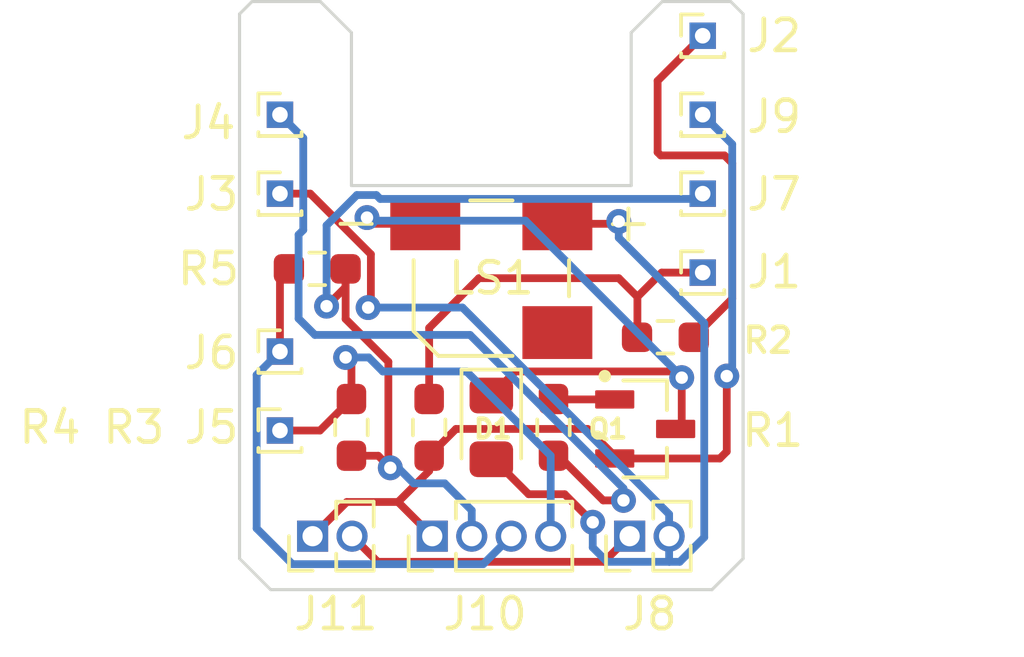
<source format=kicad_pcb>
(kicad_pcb (version 20211014) (generator pcbnew)
  (title_block (comment 4 "PCBWay Project ID: 445b4783-7fe5-4db3-865c-796d1ee828e5"))
  (layers (0 "F.Cu" signal) (31 "B.Cu" signal) (34 "B.Paste" user) (35 "F.Paste" user) (36 "B.SilkS" user "B.Silkscreen") (37 "F.SilkS" user "F.Silkscreen") (38 "B.Mask" user) (39 "F.Mask" user) (44 "Edge.Cuts" user))
  (net 0 "")
  (net 1 "Net-(J3-Pad1)")
  (net 2 "Net-(R2-Pad2)")
  (net 3 "Net-(J10-Pad4)")
  (net 4 "Net-(J10-Pad3)")
  (net 5 "Net-(D1-Pad1)")
  (net 6 "Net-(J1-Pad1)")
  (net 7 "Net-(R1-Pad1)")
  (net 8 "Net-(Q1-Pad1)")
  (net 9 "Net-(J10-Pad2)")
  (net 10 "Net-(J11-Pad2)")
  (net 11 "Net-(J10-Pad1)")
  (footprint "Connector_PinHeader_1.00mm:PinHeader_1x01_P1.00mm_Vertical" (layer "F.Cu") (at 139.7 113.9)
    (fp_text reference "J5" (at -2.2 -0.1) (layer "F.SilkS"))
    (fp_text value "Conn_01x01_Female")
    (fp_line (start -0.695 0.685) (end -0.695 0.56) (layer "F.SilkS") (width 0.12))
    (fp_line (start -0.695 0.685) (end 0.695 0.685) (layer "F.SilkS") (width 0.12))
    (fp_line (start 0.608276 0.685) (end 0.695 0.685) (layer "F.SilkS") (width 0.12))
    (fp_line (start -0.695 0.685) (end -0.608276 0.685) (layer "F.SilkS") (width 0.12))
    (fp_line (start -0.695 0) (end -0.695 -0.685) (layer "F.SilkS") (width 0.12))
    (fp_line (start 0.695 0.685) (end 0.695 0.56) (layer "F.SilkS") (width 0.12))
    (fp_line (start -0.695 -0.685) (end 0 -0.685) (layer "F.SilkS") (width 0.12))
    (pad "1" thru_hole rect (at 0 0) (size 0.85 0.85) (drill 0.5) (layers *.Cu *.Mask) (net 3 "Net-(J10-Pad4)"))
  )
  (footprint "Connector_PinHeader_1.00mm:PinHeader_1x01_P1.00mm_Vertical" (layer "F.Cu") (at 153.3 103.74)
    (fp_text reference "J9" (at 2.3 0.06) (layer "F.SilkS"))
    (fp_text value " ")
    (fp_line (start -0.695 0.685) (end -0.695 0.56) (layer "F.SilkS") (width 0.12))
    (fp_line (start -0.695 0) (end -0.695 -0.685) (layer "F.SilkS") (width 0.12))
    (fp_line (start 0.608276 0.685) (end 0.695 0.685) (layer "F.SilkS") (width 0.12))
    (fp_line (start 0.695 0.685) (end 0.695 0.56) (layer "F.SilkS") (width 0.12))
    (fp_line (start -0.695 0.685) (end 0.695 0.685) (layer "F.SilkS") (width 0.12))
    (fp_line (start -0.695 0.685) (end -0.608276 0.685) (layer "F.SilkS") (width 0.12))
    (fp_line (start -0.695 -0.685) (end 0 -0.685) (layer "F.SilkS") (width 0.12))
    (pad "1" thru_hole rect (at 0 0) (size 0.85 0.85) (drill 0.5) (layers *.Cu *.Mask) (net 11 "Net-(J10-Pad1)"))
  )
  (footprint "BC817:SOT95P230X110-3N" (layer "F.Cu") (at 151.45 113.85)
    (fp_text reference "Q1" (at -1.2 0) (layer "F.SilkS") (effects (font (size 0.6 0.6))))
    (fp_text value "MMBT3904WR")
    (fp_line (start -0.7 -1.559) (end 0.7 -1.559) (layer "F.SilkS") (width 0.127))
    (fp_line (start 0.7 -1.559) (end 0.7 -0.609) (layer "F.SilkS") (width 0.127))
    (fp_line (start -0.7 1.559) (end 0.7 1.559) (layer "F.SilkS") (width 0.127))
    (fp_line (start 0.7 1.559) (end 0.7 0.609) (layer "F.SilkS") (width 0.127))
    (fp_circle (center -1.3 -1.7) (end -1.2 -1.7) (layer "F.SilkS") (width 0.2) (fill none))
    (pad "1" smd roundrect locked (at -0.98 -0.95) (size 1.26 0.59) (layers "F.Cu" "F.Paste" "F.Mask") (roundrect_rratio 0.07) (net 8 "Net-(Q1-Pad1)"))
    (pad "2" smd roundrect locked (at -0.98 0.95) (size 1.26 0.59) (layers "F.Cu" "F.Paste" "F.Mask") (roundrect_rratio 0.07) (net 11 "Net-(J10-Pad1)"))
    (pad "3" smd roundrect locked (at 0.98 0) (size 1.26 0.59) (layers "F.Cu" "F.Paste" "F.Mask") (roundrect_rratio 0.07) (net 5 "Net-(D1-Pad1)"))
  )
  (footprint "SMT-0540-T-9-R:XDCR_SMT-0540-T-9-R" (layer "F.Cu") (at 146.5 109 180)
    (fp_text reference "LS1" (at 0 0) (layer "F.SilkS"))
    (fp_text value "SMT-0540-T-9-R")
    (fp_line (start -4.41 2.24) (end -4.41 1.24) (layer "F.SilkS") (width 0.127))
    (fp_line (start -0.68 2.5) (end 0.68 2.5) (layer "F.SilkS") (width 0.127))
    (fp_line (start -2.5 -0.58) (end -2.5 0.58) (layer "F.SilkS") (width 0.127))
    (fp_line (start -4.91 1.74) (end -3.91 1.74) (layer "F.SilkS") (width 0.127))
    (fp_line (start 2.5 -1.7) (end 2.5 0.58) (layer "F.SilkS") (width 0.127))
    (fp_line (start -0.68 -2.5) (end 1.7 -2.5) (layer "F.SilkS") (width 0.127))
    (fp_line (start 1.7 -2.5) (end 2.5 -1.7) (layer "F.SilkS") (width 0.127))
    (fp_line (start 4.85 1.75) (end 3.85 1.75) (layer "F.SilkS") (width 0.127))
    (pad "" smd rect locked (at -2.125 -1.75 180) (size 2.25 1.7) (layers "F.Cu" "F.Paste" "F.Mask"))
    (pad "LOAD+" smd rect locked (at -2.125 1.75 180) (size 2.25 1.7) (layers "F.Cu" "F.Paste" "F.Mask") (net 1 "Net-(J3-Pad1)"))
    (pad "LOAD-" smd rect locked (at 2.125 1.75 180) (size 2.25 1.7) (layers "F.Cu" "F.Paste" "F.Mask") (net 5 "Net-(D1-Pad1)"))
  )
  (footprint "Connector_PinHeader_1.27mm:PinHeader_1x04_P1.27mm_Vertical" (layer "F.Cu") (at 144.6 117.3 90)
    (fp_text reference "J10" (at -2.5 1.7) (layer "F.SilkS"))
    (fp_text value "Connector")
    (fp_line (start 0.563471 0.76) (end 1.11 0.76) (layer "F.SilkS") (width 0.12))
    (fp_line (start 1.11 0.76) (end 1.11 4.505) (layer "F.SilkS") (width 0.12))
    (fp_line (start -1.11 0.76) (end -1.11 4.505) (layer "F.SilkS") (width 0.12))
    (fp_line (start -1.11 0) (end -1.11 -0.76) (layer "F.SilkS") (width 0.12))
    (fp_line (start -1.11 4.505) (end -0.30753 4.505) (layer "F.SilkS") (width 0.12))
    (fp_line (start -1.11 0.76) (end -0.563471 0.76) (layer "F.SilkS") (width 0.12))
    (fp_line (start 0.30753 4.505) (end 1.11 4.505) (layer "F.SilkS") (width 0.12))
    (fp_line (start -1.11 -0.76) (end 0 -0.76) (layer "F.SilkS") (width 0.12))
    (pad "1" thru_hole rect (at 0 0 90) (size 1 1) (drill 0.65) (layers *.Cu *.Mask) (net 11 "Net-(J10-Pad1)"))
    (pad "2" thru_hole oval (at 0 1.27 90) (size 1 1) (drill 0.65) (layers *.Cu *.Mask) (net 9 "Net-(J10-Pad2)"))
    (pad "3" thru_hole oval (at 0 2.54 90) (size 1 1) (drill 0.65) (layers *.Cu *.Mask) (net 4 "Net-(J10-Pad3)"))
    (pad "4" thru_hole oval (at 0 3.81 90) (size 1 1) (drill 0.65) (layers *.Cu *.Mask) (net 3 "Net-(J10-Pad4)"))
  )
  (footprint "Resistor_SMD:R_0603_1608Metric_Pad0.98x0.95mm_HandSolder" (layer "F.Cu") (at 140.9 108.7)
    (fp_text reference "R5" (at -3.5 0) (layer "F.SilkS"))
    (fp_text value "10k")
    (fp_line (start -0.254724 -0.5225) (end 0.254724 -0.5225) (layer "F.SilkS") (width 0.12))
    (fp_line (start -0.254724 0.5225) (end 0.254724 0.5225) (layer "F.SilkS") (width 0.12))
    (pad "1" smd roundrect (at -0.9125 0) (size 0.975 0.95) (layers "F.Cu" "F.Paste" "F.Mask") (net 4 "Net-(J10-Pad3)"))
    (pad "2" smd roundrect (at 0.9125 0) (size 0.975 0.95) (layers "F.Cu" "F.Paste" "F.Mask") (net 9 "Net-(J10-Pad2)"))
  )
  (footprint "Connector_PinHeader_1.00mm:PinHeader_1x01_P1.00mm_Vertical" (layer "F.Cu") (at 153.3 106.28)
    (fp_text reference "J7" (at 2.3 0.02) (layer "F.SilkS"))
    (fp_text value " ")
    (fp_line (start -0.695 0) (end -0.695 -0.685) (layer "F.SilkS") (width 0.12))
    (fp_line (start 0.695 0.685) (end 0.695 0.56) (layer "F.SilkS") (width 0.12))
    (fp_line (start -0.695 0.685) (end -0.608276 0.685) (layer "F.SilkS") (width 0.12))
    (fp_line (start -0.695 -0.685) (end 0 -0.685) (layer "F.SilkS") (width 0.12))
    (fp_line (start -0.695 0.685) (end 0.695 0.685) (layer "F.SilkS") (width 0.12))
    (fp_line (start 0.608276 0.685) (end 0.695 0.685) (layer "F.SilkS") (width 0.12))
    (fp_line (start -0.695 0.685) (end -0.695 0.56) (layer "F.SilkS") (width 0.12))
    (pad "1" thru_hole rect (at 0 0) (size 0.85 0.85) (drill 0.5) (layers *.Cu *.Mask) (net 9 "Net-(J10-Pad2)"))
  )
  (footprint "Resistor_SMD:R_0603_1608Metric_Pad0.98x0.95mm_HandSolder" (layer "F.Cu") (at 142 113.8 -90)
    (fp_text reference "R4" (at 0 9.7) (layer "F.SilkS"))
    (fp_text value "10k")
    (fp_line (start -0.254724 -0.5225) (end 0.254724 -0.5225) (layer "F.SilkS") (width 0.12))
    (fp_line (start -0.254724 0.5225) (end 0.254724 0.5225) (layer "F.SilkS") (width 0.12))
    (pad "1" smd roundrect (at -0.9125 0 270) (size 0.975 0.95) (layers "F.Cu" "F.Paste" "F.Mask") (net 3 "Net-(J10-Pad4)"))
    (pad "2" smd roundrect (at 0.9125 0 270) (size 0.975 0.95) (layers "F.Cu" "F.Paste" "F.Mask") (net 9 "Net-(J10-Pad2)"))
  )
  (footprint "Connector_PinHeader_1.27mm:PinHeader_1x02_P1.27mm_Vertical" (layer "F.Cu") (at 140.75 117.3 90)
    (fp_text reference "J11" (at -2.5 0.75) (layer "F.SilkS"))
    (fp_text value " ")
    (fp_line (start -1.11 -0.76) (end 0 -0.76) (layer "F.SilkS") (width 0.12))
    (fp_line (start 0.30753 1.965) (end 1.11 1.965) (layer "F.SilkS") (width 0.12))
    (fp_line (start 1.11 0.76) (end 1.11 1.965) (layer "F.SilkS") (width 0.12))
    (fp_line (start -1.11 0.76) (end -0.563471 0.76) (layer "F.SilkS") (width 0.12))
    (fp_line (start 0.563471 0.76) (end 1.11 0.76) (layer "F.SilkS") (width 0.12))
    (fp_line (start -1.11 0) (end -1.11 -0.76) (layer "F.SilkS") (width 0.12))
    (fp_line (start -1.11 0.76) (end -1.11 1.965) (layer "F.SilkS") (width 0.12))
    (fp_line (start -1.11 1.965) (end -0.30753 1.965) (layer "F.SilkS") (width 0.12))
    (pad "1" thru_hole rect (at 0 0 90) (size 1 1) (drill 0.65) (layers *.Cu *.Mask) (net 11 "Net-(J10-Pad1)"))
    (pad "2" thru_hole oval (at 0 1.27 90) (size 1 1) (drill 0.65) (layers *.Cu *.Mask) (net 10 "Net-(J11-Pad2)"))
  )
  (footprint "Resistor_SMD:R_0603_1608Metric_Pad0.98x0.95mm_HandSolder" (layer "F.Cu") (at 148.5 113.8 90)
    (fp_text reference "R1" (at -0.1 7.05) (layer "F.SilkS"))
    (fp_text value "180R")
    (fp_line (start -0.254724 -0.5225) (end 0.254724 -0.5225) (layer "F.SilkS") (width 0.12))
    (fp_line (start -0.254724 0.5225) (end 0.254724 0.5225) (layer "F.SilkS") (width 0.12))
    (pad "1" smd roundrect (at -0.9125 0 90) (size 0.975 0.95) (layers "F.Cu" "F.Paste" "F.Mask") (net 7 "Net-(R1-Pad1)"))
    (pad "2" smd roundrect (at 0.9125 0 90) (size 0.975 0.95) (layers "F.Cu" "F.Paste" "F.Mask") (net 8 "Net-(Q1-Pad1)"))
  )
  (footprint "Diode_SMD:D_0805_2012Metric_Pad1.15x1.40mm_HandSolder" (layer "F.Cu") (at 146.5 113.8 -90)
    (fp_text reference "D1" (at 0.05 -0.05) (layer "F.SilkS") (effects (font (size 0.6 0.6))))
    (fp_text value "DIODE")
    (fp_line (start -1.86 0.96) (end 1 0.96) (layer "F.SilkS") (width 0.12))
    (fp_line (start -1.86 -0.96) (end -1.86 0.96) (layer "F.SilkS") (width 0.12))
    (fp_line (start 1 -0.96) (end -1.86 -0.96) (layer "F.SilkS") (width 0.12))
    (pad "1" smd roundrect (at -1.025 0 270) (size 1.15 1.4) (layers "F.Cu" "F.Paste" "F.Mask") (roundrect_rratio 0.2173913043) (net 5 "Net-(D1-Pad1)"))
    (pad "2" smd roundrect (at 1.025 0 270) (size 1.15 1.4) (layers "F.Cu" "F.Paste" "F.Mask") (roundrect_rratio 0.2173913043) (net 1 "Net-(J3-Pad1)"))
  )
  (footprint "Connector_PinHeader_1.00mm:PinHeader_1x01_P1.00mm_Vertical" (layer "F.Cu") (at 139.7 106.28)
    (fp_text reference "J3" (at -2.2 0.02) (layer "F.SilkS"))
    (fp_text value "Conn_01x01_Female")
    (fp_line (start -0.695 -0.685) (end 0 -0.685) (layer "F.SilkS") (width 0.12))
    (fp_line (start -0.695 0.685) (end -0.695 0.56) (layer "F.SilkS") (width 0.12))
    (fp_line (start 0.608276 0.685) (end 0.695 0.685) (layer "F.SilkS") (width 0.12))
    (fp_line (start 0.695 0.685) (end 0.695 0.56) (layer "F.SilkS") (width 0.12))
    (fp_line (start -0.695 0) (end -0.695 -0.685) (layer "F.SilkS") (width 0.12))
    (fp_line (start -0.695 0.685) (end -0.608276 0.685) (layer "F.SilkS") (width 0.12))
    (fp_line (start -0.695 0.685) (end 0.695 0.685) (layer "F.SilkS") (width 0.12))
    (pad "1" thru_hole rect (at 0 0) (size 0.85 0.85) (drill 0.5) (layers *.Cu *.Mask) (net 1 "Net-(J3-Pad1)"))
  )
  (footprint "Connector_PinHeader_1.00mm:PinHeader_1x01_P1.00mm_Vertical" (layer "F.Cu") (at 139.7 103.74)
    (fp_text reference "J4" (at -2.3 0.26) (layer "F.SilkS"))
    (fp_text value " ")
    (fp_line (start -0.695 0) (end -0.695 -0.685) (layer "F.SilkS") (width 0.12))
    (fp_line (start -0.695 0.685) (end 0.695 0.685) (layer "F.SilkS") (width 0.12))
    (fp_line (start -0.695 0.685) (end -0.695 0.56) (layer "F.SilkS") (width 0.12))
    (fp_line (start 0.608276 0.685) (end 0.695 0.685) (layer "F.SilkS") (width 0.12))
    (fp_line (start -0.695 -0.685) (end 0 -0.685) (layer "F.SilkS") (width 0.12))
    (fp_line (start -0.695 0.685) (end -0.608276 0.685) (layer "F.SilkS") (width 0.12))
    (fp_line (start 0.695 0.685) (end 0.695 0.56) (layer "F.SilkS") (width 0.12))
    (pad "1" thru_hole rect (at 0 0) (size 0.85 0.85) (drill 0.5) (layers *.Cu *.Mask) (net 7 "Net-(R1-Pad1)"))
  )
  (footprint "Connector_PinHeader_1.00mm:PinHeader_1x01_P1.00mm_Vertical" (layer "F.Cu") (at 139.7 111.36)
    (fp_text reference "J6" (at -2.2 0.04) (layer "F.SilkS"))
    (fp_text value " ")
    (fp_line (start -0.695 -0.685) (end 0 -0.685) (layer "F.SilkS") (width 0.12))
    (fp_line (start -0.695 0) (end -0.695 -0.685) (layer "F.SilkS") (width 0.12))
    (fp_line (start 0.695 0.685) (end 0.695 0.56) (layer "F.SilkS") (width 0.12))
    (fp_line (start -0.695 0.685) (end -0.608276 0.685) (layer "F.SilkS") (width 0.12))
    (fp_line (start -0.695 0.685) (end 0.695 0.685) (layer "F.SilkS") (width 0.12))
    (fp_line (start 0.608276 0.685) (end 0.695 0.685) (layer "F.SilkS") (width 0.12))
    (fp_line (start -0.695 0.685) (end -0.695 0.56) (layer "F.SilkS") (width 0.12))
    (pad "1" thru_hole rect (at 0 0) (size 0.85 0.85) (drill 0.5) (layers *.Cu *.Mask) (net 4 "Net-(J10-Pad3)"))
  )
  (footprint "Connector_PinHeader_1.27mm:PinHeader_1x02_P1.27mm_Vertical" (layer "F.Cu") (at 150.95 117.3 90)
    (fp_text reference "J8" (at -2.5 0.65) (layer "F.SilkS"))
    (fp_text value " ")
    (fp_line (start -1.11 0.76) (end -1.11 1.965) (layer "F.SilkS") (width 0.12))
    (fp_line (start 1.11 0.76) (end 1.11 1.965) (layer "F.SilkS") (width 0.12))
    (fp_line (start -1.11 0.76) (end -0.563471 0.76) (layer "F.SilkS") (width 0.12))
    (fp_line (start -1.11 -0.76) (end 0 -0.76) (layer "F.SilkS") (width 0.12))
    (fp_line (start 0.30753 1.965) (end 1.11 1.965) (layer "F.SilkS") (width 0.12))
    (fp_line (start -1.11 0) (end -1.11 -0.76) (layer "F.SilkS") (width 0.12))
    (fp_line (start 0.563471 0.76) (end 1.11 0.76) (layer "F.SilkS") (width 0.12))
    (fp_line (start -1.11 1.965) (end -0.30753 1.965) (layer "F.SilkS") (width 0.12))
    (pad "1" thru_hole rect (at 0 0 90) (size 1 1) (drill 0.65) (layers *.Cu *.Mask) (net 10 "Net-(J11-Pad2)"))
    (pad "2" thru_hole oval (at 0 1.27 90) (size 1 1) (drill 0.65) (layers *.Cu *.Mask) (net 1 "Net-(J3-Pad1)"))
  )
  (footprint "Resistor_SMD:R_0603_1608Metric_Pad0.98x0.95mm_HandSolder" (layer "F.Cu") (at 152.1 110.9)
    (fp_text reference "R2" (at 3.3 0.1) (layer "F.SilkS") (effects (font (size 0.8 0.8))))
    (fp_text value "10k")
    (fp_line (start -0.254724 -0.5225) (end 0.254724 -0.5225) (layer "F.SilkS") (width 0.12))
    (fp_line (start -0.254724 0.5225) (end 0.254724 0.5225) (layer "F.SilkS") (width 0.12))
    (pad "1" smd roundrect (at -0.9125 0) (size 0.975 0.95) (layers "F.Cu" "F.Paste" "F.Mask") (net 6 "Net-(J1-Pad1)"))
    (pad "2" smd roundrect (at 0.9125 0) (size 0.975 0.95) (layers "F.Cu" "F.Paste" "F.Mask") (net 2 "Net-(R2-Pad2)"))
  )
  (footprint "Connector_PinHeader_1.00mm:PinHeader_1x01_P1.00mm_Vertical" (layer "F.Cu") (at 153.3 101.2)
    (fp_text reference "J2" (at 2.3 0) (layer "F.SilkS"))
    (fp_text value " ")
    (fp_line (start -0.695 0.685) (end -0.695 0.56) (layer "F.SilkS") (width 0.12))
    (fp_line (start -0.695 -0.685) (end 0 -0.685) (layer "F.SilkS") (width 0.12))
    (fp_line (start -0.695 0.685) (end -0.608276 0.685) (layer "F.SilkS") (width 0.12))
    (fp_line (start 0.695 0.685) (end 0.695 0.56) (layer "F.SilkS") (width 0.12))
    (fp_line (start -0.695 0) (end -0.695 -0.685) (layer "F.SilkS") (width 0.12))
    (fp_line (start 0.608276 0.685) (end 0.695 0.685) (layer "F.SilkS") (width 0.12))
    (fp_line (start -0.695 0.685) (end 0.695 0.685) (layer "F.SilkS") (width 0.12))
    (pad "1" thru_hole rect (at 0 0) (size 0.85 0.85) (drill 0.5) (layers *.Cu *.Mask) (net 2 "Net-(R2-Pad2)"))
  )
  (footprint "Connector_PinHeader_1.00mm:PinHeader_1x01_P1.00mm_Vertical" (layer "F.Cu") (at 153.3 108.82)
    (fp_text reference "J1" (at 2.3 -0.02) (layer "F.SilkS"))
    (fp_text value " ")
    (fp_line (start -0.695 0) (end -0.695 -0.685) (layer "F.SilkS") (width 0.12))
    (fp_line (start -0.695 -0.685) (end 0 -0.685) (layer "F.SilkS") (width 0.12))
    (fp_line (start 0.695 0.685) (end 0.695 0.56) (layer "F.SilkS") (width 0.12))
    (fp_line (start 0.608276 0.685) (end 0.695 0.685) (layer "F.SilkS") (width 0.12))
    (fp_line (start -0.695 0.685) (end -0.608276 0.685) (layer "F.SilkS") (width 0.12))
    (fp_line (start -0.695 0.685) (end 0.695 0.685) (layer "F.SilkS") (width 0.12))
    (fp_line (start -0.695 0.685) (end -0.695 0.56) (layer "F.SilkS") (width 0.12))
    (pad "1" thru_hole rect (at 0 0) (size 0.85 0.85) (drill 0.5) (layers *.Cu *.Mask) (net 6 "Net-(J1-Pad1)"))
  )
  (footprint "Resistor_SMD:R_0603_1608Metric_Pad0.98x0.95mm_HandSolder" (layer "F.Cu") (at 144.5 113.8 90)
    (fp_text reference "R3" (at 0 -9.5) (layer "F.SilkS"))
    (fp_text value "10k")
    (fp_line (start -0.254724 0.5225) (end 0.254724 0.5225) (layer "F.SilkS") (width 0.12))
    (fp_line (start -0.254724 -0.5225) (end 0.254724 -0.5225) (layer "F.SilkS") (width 0.12))
    (pad "1" smd roundrect (at -0.9125 0 90) (size 0.975 0.95) (layers "F.Cu" "F.Paste" "F.Mask") (net 11 "Net-(J10-Pad1)"))
    (pad "2" smd roundrect (at 0.9125 0 90) (size 0.975 0.95) (layers "F.Cu" "F.Paste" "F.Mask") (net 6 "Net-(J1-Pad1)"))
  )
  (gr_line (start 141 100.1) (end 142 101.1) (layer "Edge.Cuts") (width 0.1))
  (gr_line (start 151 106.02) (end 142 106.02) (layer "Edge.Cuts") (width 0.1))
  (gr_line (start 154.2 100.1) (end 154.6 100.5) (layer "Edge.Cuts") (width 0.1))
  (gr_line (start 141 100.1) (end 138.8 100.1) (layer "Edge.Cuts") (width 0.1))
  (gr_line (start 138.4 100.5) (end 138.8 100.1) (layer "Edge.Cuts") (width 0.1))
  (gr_line (start 151 106.02) (end 151 101.1) (layer "Edge.Cuts") (width 0.1))
  (gr_line (start 154.2 100.1) (end 152 100.1) (layer "Edge.Cuts") (width 0.1))
  (gr_line (start 138.4 118.02) (end 138.4 100.5) (layer "Edge.Cuts") (width 0.1))
  (gr_line (start 154.6 118.02) (end 153.6 119.02) (layer "Edge.Cuts") (width 0.1))
  (gr_line (start 139.4 119.02) (end 153.6 119.02) (layer "Edge.Cuts") (width 0.1))
  (gr_line (start 142 106.02) (end 142 101.1) (layer "Edge.Cuts") (width 0.1))
  (gr_line (start 154.6 100.5) (end 154.6 118.02) (layer "Edge.Cuts") (width 0.1))
  (gr_line (start 138.4 118.02) (end 139.4 119.02) (layer "Edge.Cuts") (width 0.1))
  (gr_line (start 152 100.1) (end 151 101.1) (layer "Edge.Cuts") (width 0.1))
  (segment (start 150.5245 107.25) (end 148.625 107.25) (width 0.25) (layer "F.Cu") (net 1))
  (segment (start 142.625 108.229505) (end 140.675495 106.28) (width 0.25) (layer "F.Cu") (net 1))
  (segment (start 142.625 109.856765) (end 142.625 108.229505) (width 0.25) (layer "F.Cu") (net 1))
  (segment (start 142.537 109.944765) (end 142.625 109.856765) (width 0.25) (layer "F.Cu") (net 1))
  (segment (start 147.7 115.95) (end 146.575 114.825) (width 0.25) (layer "F.Cu") (net 1))
  (segment (start 146.575 114.825) (end 146.5 114.825) (width 0.25) (layer "F.Cu") (net 1))
  (segment (start 140.675495 106.28) (end 139.7 106.28) (width 0.25) (layer "F.Cu") (net 1))
  (segment (start 150.6 107.1745) (end 150.5245 107.25) (width 0.25) (layer "F.Cu") (net 1))
  (segment (start 148.860329 115.95) (end 147.7 115.95) (width 0.25) (layer "F.Cu") (net 1))
  (segment (start 149.762412 116.852083) (end 148.860329 115.95) (width 0.25) (layer "F.Cu") (net 1))
  (via (at 142.537 109.944765) (size 0.8) (drill 0.4) (layers "F.Cu" "B.Cu") (net 1))
  (via (at 150.6 107.1745) (size 0.8) (drill 0.4) (layers "F.Cu" "B.Cu") (net 1))
  (via (at 149.762412 116.852083) (size 0.8) (drill 0.4) (layers "F.Cu" "B.Cu") (net 1))
  (segment (start 153.35 117.336727) (end 152.561727 118.125) (width 0.25) (layer "B.Cu") (net 1))
  (segment (start 152.22 118.12) (end 152.225 118.125) (width 0.25) (layer "B.Cu") (net 1))
  (segment (start 150.6 107.7) (end 153.35 110.45) (width 0.25) (layer "B.Cu") (net 1))
  (segment (start 142.537 109.944765) (end 145.571871 109.944765) (width 0.25) (layer "B.Cu") (net 1))
  (segment (start 149.762412 117.662412) (end 149.762412 116.852083) (width 0.25) (layer "B.Cu") (net 1))
  (segment (start 150.225 118.125) (end 149.762412 117.662412) (width 0.25) (layer "B.Cu") (net 1))
  (segment (start 145.571871 109.944765) (end 152.22 116.592894) (width 0.25) (layer "B.Cu") (net 1))
  (segment (start 152.561727 118.125) (end 152.225 118.125) (width 0.25) (layer "B.Cu") (net 1))
  (segment (start 153.35 110.45) (end 153.35 117.336727) (width 0.25) (layer "B.Cu") (net 1))
  (segment (start 150.6 107.1745) (end 150.6 107.7) (width 0.25) (layer "B.Cu") (net 1))
  (segment (start 152.22 117.3) (end 152.22 118.12) (width 0.25) (layer "B.Cu") (net 1))
  (segment (start 152.225 118.125) (end 150.225 118.125) (width 0.25) (layer "B.Cu") (net 1))
  (segment (start 152.22 116.592894) (end 152.22 117.3) (width 0.25) (layer "B.Cu") (net 1))
  (segment (start 151.85 104.95) (end 151.95 105.05) (width 0.25) (layer "F.Cu") (net 2))
  (segment (start 151.95 105.05) (end 154 105.05) (width 0.25) (layer "F.Cu") (net 2))
  (segment (start 154.25 109.6625) (end 153.0125 110.9) (width 0.25) (layer "F.Cu") (net 2))
  (segment (start 154.25 105.3) (end 154.25 109.6625) (width 0.25) (layer "F.Cu") (net 2))
  (segment (start 154 105.05) (end 154.25 105.3) (width 0.25) (layer "F.Cu") (net 2))
  (segment (start 151.85 102.65) (end 151.85 104.95) (width 0.25) (layer "F.Cu") (net 2))
  (segment (start 153.3 101.2) (end 151.85 102.65) (width 0.25) (layer "F.Cu") (net 2))
  (segment (start 142 112.8875) (end 140.9875 113.9) (width 0.25) (layer "F.Cu") (net 3))
  (segment (start 140.9875 113.9) (end 139.7 113.9) (width 0.25) (layer "F.Cu") (net 3))
  (segment (start 142 111.736799) (end 142 112.8875) (width 0.25) (layer "F.Cu") (net 3))
  (segment (start 141.812701 111.5495) (end 142 111.736799) (width 0.25) (layer "F.Cu") (net 3))
  (via (at 141.812701 111.5495) (size 0.8) (drill 0.4) (layers "F.Cu" "B.Cu") (net 3))
  (segment (start 148.41 114.71) (end 148.41 117.3) (width 0.25) (layer "B.Cu") (net 3))
  (segment (start 141.812701 111.5495) (end 142.556227 111.5495) (width 0.25) (layer "B.Cu") (net 3))
  (segment (start 145.7 112) (end 148.41 114.71) (width 0.25) (layer "B.Cu") (net 3))
  (segment (start 142.556227 111.5495) (end 143.006727 112) (width 0.25) (layer "B.Cu") (net 3))
  (segment (start 143.006727 112) (end 145.7 112) (width 0.25) (layer "B.Cu") (net 3))
  (segment (start 139.7 108.9875) (end 139.9875 108.7) (width 0.25) (layer "F.Cu") (net 4))
  (segment (start 139.7 111.36) (end 139.7 108.9875) (width 0.25) (layer "F.Cu") (net 4))
  (segment (start 138.95 112.11) (end 138.95 117.05) (width 0.25) (layer "B.Cu") (net 4))
  (segment (start 139.7 111.36) (end 138.95 112.11) (width 0.25) (layer "B.Cu") (net 4))
  (segment (start 138.95 117.05) (end 140.1 118.2) (width 0.25) (layer "B.Cu") (net 4))
  (segment (start 140.1 118.2) (end 146.24 118.2) (width 0.25) (layer "B.Cu") (net 4))
  (segment (start 146.24 118.2) (end 147.14 117.3) (width 0.25) (layer "B.Cu") (net 4))
  (segment (start 144.375 107.25) (end 142.7 107.25) (width 0.25) (layer "F.Cu") (net 5))
  (segment (start 152.551529 112) (end 147.275 112) (width 0.25) (layer "F.Cu") (net 5))
  (segment (start 147.275 112) (end 146.5 112.775) (width 0.25) (layer "F.Cu") (net 5))
  (segment (start 152.6255 112.2) (end 152.6255 113.6545) (width 0.25) (layer "F.Cu") (net 5))
  (segment (start 142.7 107.25) (end 142.5 107.05) (width 0.25) (layer "F.Cu") (net 5))
  (segment (start 152.6255 113.6545) (end 152.43 113.85) (width 0.25) (layer "F.Cu") (net 5))
  (via (at 142.5 107.05) (size 0.8) (drill 0.4) (layers "F.Cu" "B.Cu") (net 5))
  (via (at 152.6255 112.2) (size 0.8) (drill 0.4) (layers "F.Cu" "B.Cu") (net 5))
  (segment (start 147.6 107.15) (end 142.6 107.15) (width 0.25) (layer "B.Cu") (net 5))
  (segment (start 152.6255 112.2) (end 152.6255 112.1755) (width 0.25) (layer "B.Cu") (net 5))
  (segment (start 152.6255 112.1755) (end 147.6 107.15) (width 0.25) (layer "B.Cu") (net 5))
  (segment (start 142.6 107.15) (end 142.5 107.05) (width 0.25) (layer "B.Cu") (net 5))
  (segment (start 144.5 112.8875) (end 144.5 110.6) (width 0.25) (layer "F.Cu") (net 6))
  (segment (start 151.2 110.8875) (end 151.1875 110.9) (width 0.25) (layer "F.Cu") (net 6))
  (segment (start 151.98 108.82) (end 151.2 109.6) (width 0.25) (layer "F.Cu") (net 6))
  (segment (start 144.5 110.6) (end 146.1 109) (width 0.25) (layer "F.Cu") (net 6))
  (segment (start 153.3 108.82) (end 151.98 108.82) (width 0.25) (layer "F.Cu") (net 6))
  (segment (start 150.6 109) (end 151.2 109.6) (width 0.25) (layer "F.Cu") (net 6))
  (segment (start 146.1 109) (end 150.6 109) (width 0.25) (layer "F.Cu") (net 6))
  (segment (start 151.2 109.6) (end 151.2 110.8875) (width 0.25) (layer "F.Cu") (net 6))
  (segment (start 150.098746 116.148746) (end 148.6625 114.7125) (width 0.25) (layer "F.Cu") (net 7))
  (segment (start 148.6625 114.7125) (end 148.5 114.7125) (width 0.25) (layer "F.Cu") (net 7))
  (segment (start 150.751254 116.148746) (end 150.098746 116.148746) (width 0.25) (layer "F.Cu") (net 7))
  (via (at 150.751254 116.148746) (size 0.8) (drill 0.4) (layers "F.Cu" "B.Cu") (net 7))
  (segment (start 150.751254 116.148746) (end 150.751254 115.760544) (width 0.25) (layer "B.Cu") (net 7))
  (segment (start 140.45 107.45) (end 140.45 104.49) (width 0.25) (layer "B.Cu") (net 7))
  (segment (start 140.3 110.3) (end 140.3 107.6) (width 0.25) (layer "B.Cu") (net 7))
  (segment (start 145.81571 110.825) (end 140.825 110.825) (width 0.25) (layer "B.Cu") (net 7))
  (segment (start 150.751254 115.760544) (end 145.81571 110.825) (width 0.25) (layer "B.Cu") (net 7))
  (segment (start 140.45 104.49) (end 139.7 103.74) (width 0.25) (layer "B.Cu") (net 7))
  (segment (start 140.825 110.825) (end 140.3 110.3) (width 0.25) (layer "B.Cu") (net 7))
  (segment (start 140.3 107.6) (end 140.45 107.45) (width 0.25) (layer "B.Cu") (net 7))
  (segment (start 150.47 112.9) (end 148.5125 112.9) (width 0.25) (layer "F.Cu") (net 8))
  (segment (start 148.5125 112.9) (end 148.5 112.8875) (width 0.25) (layer "F.Cu") (net 8))
  (segment (start 141.2 109.9) (end 141.8125 109.2875) (width 0.25) (layer "F.Cu") (net 9))
  (segment (start 142 114.7125) (end 142.8625 114.7125) (width 0.25) (layer "F.Cu") (net 9))
  (segment (start 143.1875 115.0375) (end 143.1875 111.6875) (width 0.25) (layer "F.Cu") (net 9))
  (segment (start 141.8125 110.3125) (end 141.8125 108.7) (width 0.25) (layer "F.Cu") (net 9))
  (segment (start 141.8125 109.2875) (end 141.8125 108.7) (width 0.25) (layer "F.Cu") (net 9))
  (segment (start 143.1875 111.6875) (end 141.8125 110.3125) (width 0.25) (layer "F.Cu") (net 9))
  (segment (start 143.25 115.1) (end 143.1875 115.0375) (width 0.25) (layer "F.Cu") (net 9))
  (segment (start 142.8625 114.7125) (end 143.25 115.1) (width 0.25) (layer "F.Cu") (net 9))
  (via (at 143.25 115.1) (size 0.8) (drill 0.4) (layers "F.Cu" "B.Cu") (net 9))
  (via (at 141.2 109.9) (size 0.8) (drill 0.4) (layers "F.Cu" "B.Cu") (net 9))
  (segment (start 142.175 106.325) (end 142.800305 106.325) (width 0.25) (layer "B.Cu") (net 9))
  (segment (start 145 115.6) (end 145.87 116.47) (width 0.25) (layer "B.Cu") (net 9))
  (segment (start 143.25 115.1) (end 143.5 115.1) (width 0.25) (layer "B.Cu") (net 9))
  (segment (start 142.800305 106.325) (end 142.925305 106.45) (width 0.25) (layer "B.Cu") (net 9))
  (segment (start 143.5 115.1) (end 144 115.6) (width 0.25) (layer "B.Cu") (net 9))
  (segment (start 141.2 107.3) (end 142.175 106.325) (width 0.25) (layer "B.Cu") (net 9))
  (segment (start 142.925305 106.45) (end 153.13 106.45) (width 0.25) (layer "B.Cu") (net 9))
  (segment (start 145.87 116.47) (end 145.87 117.3) (width 0.25) (layer "B.Cu") (net 9))
  (segment (start 144 115.6) (end 145 115.6) (width 0.25) (layer "B.Cu") (net 9))
  (segment (start 141.2 109.9) (end 141.2 107.3) (width 0.25) (layer "B.Cu") (net 9))
  (segment (start 153.13 106.45) (end 153.3 106.28) (width 0.25) (layer "B.Cu") (net 9))
  (segment (start 142.845 118.125) (end 142.02 117.3) (width 0.25) (layer "F.Cu") (net 10))
  (segment (start 150.125 118.125) (end 142.845 118.125) (width 0.25) (layer "F.Cu") (net 10))
  (segment (start 150.95 117.3) (end 150.125 118.125) (width 0.25) (layer "F.Cu") (net 10))
  (segment (start 140.75 117.3) (end 141.85 116.2) (width 0.25) (layer "F.Cu") (net 11))
  (segment (start 141.85 116.2) (end 143.5 116.2) (width 0.25) (layer "F.Cu") (net 11))
  (segment (start 154.0745 114.5755) (end 153.85 114.8) (width 0.25) (layer "F.Cu") (net 11))
  (segment (start 149.6 113.85) (end 150.47 114.72) (width 0.25) (layer "F.Cu") (net 11))
  (segment (start 144.5 114.7125) (end 145.3625 113.85) (width 0.25) (layer "F.Cu") (net 11))
  (segment (start 143.5 116.2) (end 144.6 117.3) (width 0.25) (layer "F.Cu") (net 11))
  (segment (start 150.47 114.72) (end 150.47 114.8) (width 0.25) (layer "F.Cu") (net 11))
  (segment (start 144.5 115.2) (end 144.5 114.7125) (width 0.25) (layer "F.Cu") (net 11))
  (segment (start 145.3625 113.85) (end 149.6 113.85) (width 0.25) (layer "F.Cu") (net 11))
  (segment (start 154.0745 112.148785) (end 154.0745 114.5755) (width 0.25) (layer "F.Cu") (net 11))
  (segment (start 153.85 114.8) (end 150.47 114.8) (width 0.25) (layer "F.Cu") (net 11))
  (segment (start 143.5 116.2) (end 144.5 115.2) (width 0.25) (layer "F.Cu") (net 11))
  (via (at 154.0745 112.148785) (size 0.8) (drill 0.4) (layers "F.Cu" "B.Cu") (net 11))
  (segment (start 154.25 111.973285) (end 154.25 104.69) (width 0.25) (layer "B.Cu") (net 11))
  (segment (start 154.25 104.69) (end 153.3 103.74) (width 0.25) (layer "B.Cu") (net 11))
  (segment (start 154.0745 112.148785) (end 154.25 111.973285) (width 0.25) (layer "B.Cu") (net 11))
)
</source>
